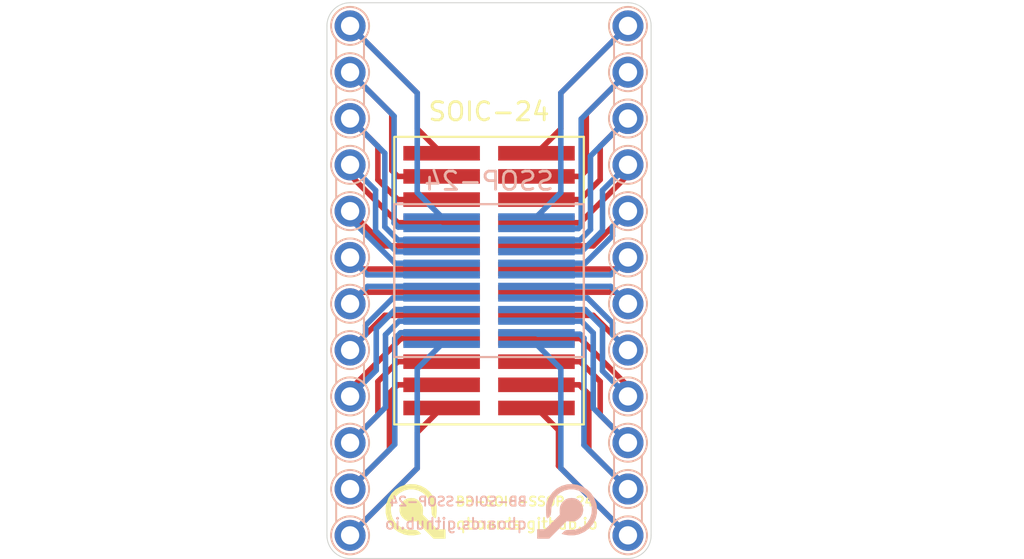
<source format=kicad_pcb>
(kicad_pcb (version 20171130) (host pcbnew "(5.1.2)-1")

  (general
    (thickness 1.2)
    (drawings 9)
    (tracks 167)
    (zones 0)
    (modules 7)
    (nets 25)
  )

  (page A4)
  (title_block
    (title BRD-REF)
    (rev 1)
    (company QBoards)
    (comment 1 "Description of the board")
  )

  (layers
    (0 F.Cu signal)
    (31 B.Cu signal hide)
    (32 B.Adhes user hide)
    (33 F.Adhes user hide)
    (34 B.Paste user hide)
    (35 F.Paste user)
    (36 B.SilkS user hide)
    (37 F.SilkS user)
    (38 B.Mask user hide)
    (39 F.Mask user)
    (40 Dwgs.User user hide)
    (41 Cmts.User user hide)
    (42 Eco1.User user hide)
    (43 Eco2.User user hide)
    (44 Edge.Cuts user)
    (45 Margin user hide)
    (46 B.CrtYd user hide)
    (47 F.CrtYd user)
    (48 B.Fab user hide)
    (49 F.Fab user hide)
  )

  (setup
    (last_trace_width 0.3048)
    (trace_clearance 0.2032)
    (zone_clearance 0.508)
    (zone_45_only no)
    (trace_min 0.1524)
    (via_size 0.8)
    (via_drill 0.4)
    (via_min_size 0.4)
    (via_min_drill 0.3048)
    (uvia_size 0.3)
    (uvia_drill 0.1)
    (uvias_allowed no)
    (uvia_min_size 0.2)
    (uvia_min_drill 0.1)
    (edge_width 0.05)
    (segment_width 0.2)
    (pcb_text_width 0.3)
    (pcb_text_size 1.5 1.5)
    (mod_edge_width 0.12)
    (mod_text_size 1 1)
    (mod_text_width 0.15)
    (pad_size 1.524 1.524)
    (pad_drill 0.762)
    (pad_to_mask_clearance 0.051)
    (solder_mask_min_width 0.25)
    (aux_axis_origin 0 0)
    (visible_elements 7FFFFFFF)
    (pcbplotparams
      (layerselection 0x010fc_ffffffff)
      (usegerberextensions false)
      (usegerberattributes false)
      (usegerberadvancedattributes false)
      (creategerberjobfile false)
      (excludeedgelayer true)
      (linewidth 0.100000)
      (plotframeref false)
      (viasonmask false)
      (mode 1)
      (useauxorigin false)
      (hpglpennumber 1)
      (hpglpenspeed 20)
      (hpglpendiameter 15.000000)
      (psnegative false)
      (psa4output false)
      (plotreference true)
      (plotvalue true)
      (plotinvisibletext false)
      (padsonsilk false)
      (subtractmaskfromsilk false)
      (outputformat 1)
      (mirror false)
      (drillshape 0)
      (scaleselection 1)
      (outputdirectory "output/"))
  )

  (net 0 "")
  (net 1 "Net-(J1-Pad7)")
  (net 2 "Net-(J1-Pad6)")
  (net 3 "Net-(J1-Pad5)")
  (net 4 "Net-(J1-Pad4)")
  (net 5 "Net-(J1-Pad3)")
  (net 6 "Net-(J1-Pad2)")
  (net 7 "Net-(J1-Pad1)")
  (net 8 "Net-(J1-Pad8)")
  (net 9 "Net-(J2-Pad8)")
  (net 10 "Net-(J2-Pad1)")
  (net 11 "Net-(J2-Pad2)")
  (net 12 "Net-(J2-Pad3)")
  (net 13 "Net-(J2-Pad4)")
  (net 14 "Net-(J2-Pad5)")
  (net 15 "Net-(J2-Pad6)")
  (net 16 "Net-(J2-Pad7)")
  (net 17 "Net-(J1-Pad12)")
  (net 18 "Net-(J1-Pad11)")
  (net 19 "Net-(J1-Pad10)")
  (net 20 "Net-(J1-Pad9)")
  (net 21 "Net-(J2-Pad12)")
  (net 22 "Net-(J2-Pad11)")
  (net 23 "Net-(J2-Pad10)")
  (net 24 "Net-(J2-Pad9)")

  (net_class Default "This is the default net class."
    (clearance 0.2032)
    (trace_width 0.3048)
    (via_dia 0.8)
    (via_drill 0.4)
    (uvia_dia 0.3)
    (uvia_drill 0.1)
    (add_net "Net-(J1-Pad1)")
    (add_net "Net-(J1-Pad10)")
    (add_net "Net-(J1-Pad11)")
    (add_net "Net-(J1-Pad12)")
    (add_net "Net-(J1-Pad2)")
    (add_net "Net-(J1-Pad3)")
    (add_net "Net-(J1-Pad4)")
    (add_net "Net-(J1-Pad5)")
    (add_net "Net-(J1-Pad6)")
    (add_net "Net-(J1-Pad7)")
    (add_net "Net-(J1-Pad8)")
    (add_net "Net-(J1-Pad9)")
    (add_net "Net-(J2-Pad1)")
    (add_net "Net-(J2-Pad10)")
    (add_net "Net-(J2-Pad11)")
    (add_net "Net-(J2-Pad12)")
    (add_net "Net-(J2-Pad2)")
    (add_net "Net-(J2-Pad3)")
    (add_net "Net-(J2-Pad4)")
    (add_net "Net-(J2-Pad5)")
    (add_net "Net-(J2-Pad6)")
    (add_net "Net-(J2-Pad7)")
    (add_net "Net-(J2-Pad8)")
    (add_net "Net-(J2-Pad9)")
  )

  (net_class Minimal ""
    (clearance 0.1524)
    (trace_width 0.1524)
    (via_dia 0.8)
    (via_drill 0.4)
    (uvia_dia 0.3)
    (uvia_drill 0.1)
  )

  (module qboards_ic:SOIC-24 (layer F.Cu) (tedit 5DA4BB02) (tstamp 5DA50C8B)
    (at 121.92 105.41 270)
    (path /5DA54F24)
    (attr smd)
    (fp_text reference SOIC-24 (at -9.271 0) (layer F.SilkS)
      (effects (font (size 1 1) (thickness 0.15)))
    )
    (fp_text value IC-24 (at 0 0 90) (layer F.Fab)
      (effects (font (size 1 1) (thickness 0.15)))
    )
    (fp_line (start -7.64 4.95) (end -7.64 -4.95) (layer F.CrtYd) (width 0.05))
    (fp_line (start 7.64 4.95) (end -7.64 4.95) (layer F.CrtYd) (width 0.05))
    (fp_line (start 7.64 -4.95) (end 7.64 4.95) (layer F.CrtYd) (width 0.05))
    (fp_line (start -7.64 -4.95) (end 7.64 -4.95) (layer F.CrtYd) (width 0.05))
    (fp_line (start 7.885 5.2) (end -7.874 5.2) (layer F.SilkS) (width 0.12))
    (fp_line (start 7.885 -5.2) (end 7.885 5.2) (layer F.SilkS) (width 0.12))
    (fp_line (start -7.885 -5.2) (end 7.885 -5.2) (layer F.SilkS) (width 0.12))
    (fp_line (start -7.885 5.1816) (end -7.885 -5.2) (layer F.SilkS) (width 0.12))
    (pad 12 smd rect (at 6.985 2.6 270) (size 0.8 4.2) (layers F.Cu F.Paste F.Mask)
      (net 17 "Net-(J1-Pad12)"))
    (pad 13 smd rect (at 6.985 -2.6 270) (size 0.8 4.2) (layers F.Cu F.Paste F.Mask)
      (net 10 "Net-(J2-Pad1)"))
    (pad 11 smd rect (at 5.715 2.6 270) (size 0.8 4.2) (layers F.Cu F.Paste F.Mask)
      (net 18 "Net-(J1-Pad11)"))
    (pad 14 smd rect (at 5.715 -2.6 270) (size 0.8 4.2) (layers F.Cu F.Paste F.Mask)
      (net 11 "Net-(J2-Pad2)"))
    (pad 10 smd rect (at 4.445 2.6 270) (size 0.8 4.2) (layers F.Cu F.Paste F.Mask)
      (net 19 "Net-(J1-Pad10)"))
    (pad 15 smd rect (at 4.445 -2.6 270) (size 0.8 4.2) (layers F.Cu F.Paste F.Mask)
      (net 12 "Net-(J2-Pad3)"))
    (pad 9 smd rect (at 3.175 2.6 270) (size 0.8 4.2) (layers F.Cu F.Paste F.Mask)
      (net 20 "Net-(J1-Pad9)"))
    (pad 16 smd rect (at 3.175 -2.6 270) (size 0.8 4.2) (layers F.Cu F.Paste F.Mask)
      (net 13 "Net-(J2-Pad4)"))
    (pad 8 smd rect (at 1.905 2.6 270) (size 0.8 4.2) (layers F.Cu F.Paste F.Mask)
      (net 8 "Net-(J1-Pad8)"))
    (pad 17 smd rect (at 1.905 -2.6 270) (size 0.8 4.2) (layers F.Cu F.Paste F.Mask)
      (net 14 "Net-(J2-Pad5)"))
    (pad 7 smd rect (at 0.635 2.6 270) (size 0.8 4.2) (layers F.Cu F.Paste F.Mask)
      (net 1 "Net-(J1-Pad7)"))
    (pad 18 smd rect (at 0.635 -2.6 270) (size 0.8 4.2) (layers F.Cu F.Paste F.Mask)
      (net 15 "Net-(J2-Pad6)"))
    (pad 6 smd rect (at -0.635 2.6 270) (size 0.8 4.2) (layers F.Cu F.Paste F.Mask)
      (net 2 "Net-(J1-Pad6)"))
    (pad 19 smd rect (at -0.635 -2.6 270) (size 0.8 4.2) (layers F.Cu F.Paste F.Mask)
      (net 16 "Net-(J2-Pad7)"))
    (pad 5 smd rect (at -1.905 2.6 270) (size 0.8 4.2) (layers F.Cu F.Paste F.Mask)
      (net 3 "Net-(J1-Pad5)"))
    (pad 20 smd rect (at -1.905 -2.6 270) (size 0.8 4.2) (layers F.Cu F.Paste F.Mask)
      (net 9 "Net-(J2-Pad8)"))
    (pad 4 smd rect (at -3.175 2.6 270) (size 0.8 4.2) (layers F.Cu F.Paste F.Mask)
      (net 4 "Net-(J1-Pad4)"))
    (pad 21 smd rect (at -3.175 -2.6 270) (size 0.8 4.2) (layers F.Cu F.Paste F.Mask)
      (net 24 "Net-(J2-Pad9)"))
    (pad 3 smd rect (at -4.445 2.6 270) (size 0.8 4.2) (layers F.Cu F.Paste F.Mask)
      (net 5 "Net-(J1-Pad3)"))
    (pad 22 smd rect (at -4.445 -2.6 270) (size 0.8 4.2) (layers F.Cu F.Paste F.Mask)
      (net 23 "Net-(J2-Pad10)"))
    (pad 2 smd rect (at -5.715 2.6 270) (size 0.8 4.2) (layers F.Cu F.Paste F.Mask)
      (net 6 "Net-(J1-Pad2)"))
    (pad 23 smd rect (at -5.715 -2.6 270) (size 0.8 4.2) (layers F.Cu F.Paste F.Mask)
      (net 22 "Net-(J2-Pad11)"))
    (pad 1 smd rect (at -6.985 2.6 270) (size 0.8 4.2) (layers F.Cu F.Paste F.Mask)
      (net 7 "Net-(J1-Pad1)"))
    (pad 24 smd rect (at -6.985 -2.6 270) (size 0.8 4.2) (layers F.Cu F.Paste F.Mask)
      (net 21 "Net-(J2-Pad12)"))
  )

  (module qboards_connectors:PinHeader_1x012_P2.54mm_Vertical_dual (layer F.Cu) (tedit 5DA30EE2) (tstamp 5DA50C67)
    (at 129.54 119.38 180)
    (descr "Through hole straight pin header, 1x07, 2.54mm pitch, single row")
    (tags "Through hole pin header THT 1x07 2.54mm single row")
    (path /5DA5C429)
    (fp_text reference J2 (at -0.0508 -1.8288) (layer F.SilkS) hide
      (effects (font (size 0.6 0.6) (thickness 0.1)))
    )
    (fp_text value Conn_01x12_Male (at 0 30.27) (layer B.Fab) hide
      (effects (font (size 1 1) (thickness 0.15)) (justify mirror))
    )
    (fp_line (start 0.762 26.1366) (end 0.762 27.2034) (layer B.SilkS) (width 0.1))
    (fp_line (start 0.762 23.5966) (end 0.762 24.6634) (layer B.SilkS) (width 0.1))
    (fp_line (start 0.762 21.0566) (end 0.762 22.1234) (layer B.SilkS) (width 0.1))
    (fp_line (start 0.762 18.5166) (end 0.762 19.5834) (layer B.SilkS) (width 0.1))
    (fp_line (start 0.762 15.9766) (end 0.762 17.0434) (layer B.SilkS) (width 0.1))
    (fp_line (start 0.762 13.4366) (end 0.762 14.5034) (layer B.SilkS) (width 0.1))
    (fp_line (start 0.762 10.8966) (end 0.762 11.9634) (layer B.SilkS) (width 0.1))
    (fp_line (start 0.762 8.3566) (end 0.762 9.4234) (layer B.SilkS) (width 0.1))
    (fp_line (start 0.762 5.8166) (end 0.762 6.8834) (layer B.SilkS) (width 0.1))
    (fp_line (start 0.762 3.2766) (end 0.762 4.3434) (layer B.SilkS) (width 0.1))
    (fp_line (start -0.762 26.1366) (end -0.762 27.2034) (layer B.SilkS) (width 0.1))
    (fp_line (start -0.762 23.5966) (end -0.762 24.6634) (layer B.SilkS) (width 0.1))
    (fp_line (start -0.762 21.0566) (end -0.762 22.1234) (layer B.SilkS) (width 0.1))
    (fp_line (start -0.762 18.5166) (end -0.762 19.5834) (layer B.SilkS) (width 0.1))
    (fp_line (start -0.762 15.9766) (end -0.762 17.0434) (layer B.SilkS) (width 0.1))
    (fp_line (start -0.762 13.4366) (end -0.762 14.5034) (layer B.SilkS) (width 0.1))
    (fp_line (start -0.762 10.8966) (end -0.762 11.9634) (layer B.SilkS) (width 0.1))
    (fp_line (start -0.762 8.3566) (end -0.762 9.4234) (layer B.SilkS) (width 0.1))
    (fp_line (start -0.762 5.8166) (end -0.762 6.8834) (layer B.SilkS) (width 0.1))
    (fp_line (start -0.762 3.2766) (end -0.762 4.3434) (layer B.SilkS) (width 0.1))
    (fp_circle (center 0 27.94) (end 0.0254 26.8986) (layer B.SilkS) (width 0.1))
    (fp_circle (center 0 25.4) (end 0.0254 24.3586) (layer B.SilkS) (width 0.1))
    (fp_circle (center 0 22.86) (end 0.0254 21.8186) (layer B.SilkS) (width 0.1))
    (fp_circle (center 0 20.32) (end 0.0254 19.2786) (layer B.SilkS) (width 0.1))
    (fp_circle (center 0 17.78) (end 0.0254 16.7386) (layer B.SilkS) (width 0.1))
    (fp_circle (center 0 15.24) (end 0.0254 14.1986) (layer B.SilkS) (width 0.1))
    (fp_circle (center 0 12.7) (end 0.0254 11.6586) (layer B.SilkS) (width 0.1))
    (fp_circle (center 0 10.16) (end 0.0254 9.1186) (layer B.SilkS) (width 0.1))
    (fp_circle (center 0 7.62) (end 0.0254 6.5786) (layer B.SilkS) (width 0.1))
    (fp_circle (center 0 5.08) (end 0.0254 4.0386) (layer B.SilkS) (width 0.1))
    (fp_circle (center 0 2.54) (end 0.0254 1.4986) (layer B.SilkS) (width 0.1))
    (fp_line (start 0.762 0.7366) (end 0.762 1.8034) (layer B.SilkS) (width 0.1))
    (fp_line (start -0.762 0.7366) (end -0.762 1.8034) (layer B.SilkS) (width 0.1))
    (fp_circle (center 0 0) (end 0.0254 -1.0414) (layer B.SilkS) (width 0.1))
    (fp_line (start -0.762 26.162) (end -0.762 27.178) (layer F.SilkS) (width 0.1))
    (fp_line (start -0.762 23.622) (end -0.762 24.638) (layer F.SilkS) (width 0.1))
    (fp_line (start -0.762 21.082) (end -0.762 22.098) (layer F.SilkS) (width 0.1))
    (fp_line (start -0.762 18.542) (end -0.762 19.558) (layer F.SilkS) (width 0.1))
    (fp_line (start 0.762 26.162) (end 0.762 27.178) (layer F.SilkS) (width 0.1))
    (fp_line (start 0.762 23.622) (end 0.762 24.638) (layer F.SilkS) (width 0.1))
    (fp_line (start 0.762 21.082) (end 0.762 22.098) (layer F.SilkS) (width 0.1))
    (fp_line (start 0.762 18.542) (end 0.762 19.558) (layer F.SilkS) (width 0.1))
    (fp_circle (center 0 27.94) (end 0.8128 28.6004) (layer F.SilkS) (width 0.1))
    (fp_circle (center 0 25.4) (end 0.8128 26.0604) (layer F.SilkS) (width 0.1))
    (fp_circle (center 0 22.86) (end 0.8128 23.5204) (layer F.SilkS) (width 0.1))
    (fp_circle (center 0 20.32) (end 0.8128 20.9804) (layer F.SilkS) (width 0.1))
    (fp_line (start -0.762 16.002) (end -0.762 17.018) (layer F.SilkS) (width 0.1))
    (fp_line (start 0.762 16.002) (end 0.762 17.018) (layer F.SilkS) (width 0.1))
    (fp_circle (center 0 17.78) (end 0.8128 18.4404) (layer F.SilkS) (width 0.1))
    (fp_line (start -1.27 29.2) (end 1.27 29.2) (layer B.CrtYd) (width 0.12))
    (fp_line (start -1.27 -1.26) (end -1.27 29.2) (layer B.CrtYd) (width 0.12))
    (fp_line (start 1.27 -1.26) (end -1.27 -1.26) (layer B.CrtYd) (width 0.12))
    (fp_line (start 1.27 29.2) (end 1.27 -1.26) (layer B.CrtYd) (width 0.12))
    (fp_line (start -0.762 13.462) (end -0.762 14.478) (layer F.SilkS) (width 0.1))
    (fp_line (start -0.762 10.922) (end -0.762 11.938) (layer F.SilkS) (width 0.1))
    (fp_line (start -0.762 8.382) (end -0.762 9.398) (layer F.SilkS) (width 0.1))
    (fp_line (start -0.762 5.842) (end -0.762 6.858) (layer F.SilkS) (width 0.1))
    (fp_line (start -0.762 3.302) (end -0.762 4.318) (layer F.SilkS) (width 0.1))
    (fp_line (start 0.762 13.462) (end 0.762 14.478) (layer F.SilkS) (width 0.1))
    (fp_line (start 0.762 10.922) (end 0.762 11.938) (layer F.SilkS) (width 0.1))
    (fp_line (start 0.762 8.382) (end 0.762 9.398) (layer F.SilkS) (width 0.1))
    (fp_line (start 0.762 5.842) (end 0.762 6.858) (layer F.SilkS) (width 0.1))
    (fp_line (start 0.762 3.302) (end 0.762 4.318) (layer F.SilkS) (width 0.1))
    (fp_line (start 0.762 0.762) (end 0.762 1.778) (layer F.SilkS) (width 0.1))
    (fp_line (start -0.762 0.762) (end -0.762 1.778) (layer F.SilkS) (width 0.1))
    (fp_circle (center 0 15.24) (end 0.8128 15.9004) (layer F.SilkS) (width 0.1))
    (fp_circle (center 0 12.7) (end 0.8128 13.3604) (layer F.SilkS) (width 0.1))
    (fp_circle (center 0 10.16) (end 0.8128 10.8204) (layer F.SilkS) (width 0.1))
    (fp_circle (center 0 7.62) (end 0.8128 8.2804) (layer F.SilkS) (width 0.1))
    (fp_circle (center 0 5.08) (end 0.8128 5.7404) (layer F.SilkS) (width 0.1))
    (fp_circle (center 0 2.54) (end 0.8128 3.2004) (layer F.SilkS) (width 0.1))
    (fp_circle (center 0 0) (end 0.8128 0.6604) (layer F.SilkS) (width 0.1))
    (fp_line (start -0.635 -1.27) (end 1.27 -1.27) (layer B.Fab) (width 0.1))
    (fp_line (start 1.27 -1.27) (end 1.27 29.21) (layer B.Fab) (width 0.1))
    (fp_line (start 1.27 29.21) (end -1.27 29.21) (layer B.Fab) (width 0.1))
    (fp_line (start -1.27 29.21) (end -1.27 -0.635) (layer B.Fab) (width 0.1))
    (fp_line (start -1.27 -0.635) (end -0.635 -1.27) (layer B.Fab) (width 0.1))
    (fp_line (start -1.016 -1.016) (end -1.016 28.956) (layer F.CrtYd) (width 0.05))
    (fp_line (start -1.016 28.956) (end 1.016 28.956) (layer F.CrtYd) (width 0.05))
    (fp_line (start 1.016 28.956) (end 1.016 -1.016) (layer F.CrtYd) (width 0.05))
    (fp_line (start 1.016 -1.016) (end -1.016 -1.016) (layer F.CrtYd) (width 0.05))
    (fp_text user %R (at 0 12.72 90) (layer B.Fab)
      (effects (font (size 1 1) (thickness 0.15)) (justify mirror))
    )
    (pad 12 thru_hole oval (at 0 27.94 180) (size 1.7 1.7) (drill 1) (layers *.Cu *.Mask)
      (net 21 "Net-(J2-Pad12)"))
    (pad 11 thru_hole oval (at 0 25.4 180) (size 1.7 1.7) (drill 1) (layers *.Cu *.Mask)
      (net 22 "Net-(J2-Pad11)"))
    (pad 10 thru_hole oval (at 0 22.86 180) (size 1.7 1.7) (drill 1) (layers *.Cu *.Mask)
      (net 23 "Net-(J2-Pad10)"))
    (pad 9 thru_hole oval (at 0 20.32 180) (size 1.7 1.7) (drill 1) (layers *.Cu *.Mask)
      (net 24 "Net-(J2-Pad9)"))
    (pad 8 thru_hole oval (at 0 17.78 180) (size 1.7 1.7) (drill 1) (layers *.Cu *.Mask)
      (net 9 "Net-(J2-Pad8)"))
    (pad 1 thru_hole circle (at 0 0 180) (size 1.7 1.7) (drill 1) (layers *.Cu *.Mask)
      (net 10 "Net-(J2-Pad1)"))
    (pad 2 thru_hole oval (at 0 2.54 180) (size 1.7 1.7) (drill 1) (layers *.Cu *.Mask)
      (net 11 "Net-(J2-Pad2)"))
    (pad 3 thru_hole oval (at 0 5.08 180) (size 1.7 1.7) (drill 1) (layers *.Cu *.Mask)
      (net 12 "Net-(J2-Pad3)"))
    (pad 4 thru_hole oval (at 0 7.62 180) (size 1.7 1.7) (drill 1) (layers *.Cu *.Mask)
      (net 13 "Net-(J2-Pad4)"))
    (pad 5 thru_hole oval (at 0 10.16 180) (size 1.7 1.7) (drill 1) (layers *.Cu *.Mask)
      (net 14 "Net-(J2-Pad5)"))
    (pad 6 thru_hole oval (at 0 12.7 180) (size 1.7 1.7) (drill 1) (layers *.Cu *.Mask)
      (net 15 "Net-(J2-Pad6)"))
    (pad 7 thru_hole oval (at 0 15.24 180) (size 1.7 1.7) (drill 1) (layers *.Cu *.Mask)
      (net 16 "Net-(J2-Pad7)"))
    (model ${KISYS3DMOD}/Connector_PinHeader_2.54mm.3dshapes/PinHeader_1x12_P2.54mm_Vertical.wrl
      (offset (xyz 0 0 -2))
      (scale (xyz 1 1 1))
      (rotate (xyz 0 180 0))
    )
  )

  (module qboards_ic:SSOP-24 (layer B.Cu) (tedit 5DA3670C) (tstamp 5DA50CAF)
    (at 121.92 105.41 90)
    (path /5DA7A85B)
    (attr smd)
    (fp_text reference SSOP-24 (at 5.461 0 180) (layer B.SilkS)
      (effects (font (size 1 1) (thickness 0.15)) (justify mirror))
    )
    (fp_text value IC-24 (at 0 0 90) (layer B.Fab)
      (effects (font (size 1 1) (thickness 0.15)) (justify mirror))
    )
    (fp_line (start -3.94 -4.95) (end -3.94 4.95) (layer B.CrtYd) (width 0.05))
    (fp_line (start 3.94 -4.95) (end -3.94 -4.95) (layer B.CrtYd) (width 0.05))
    (fp_line (start 3.94 4.95) (end 3.94 -4.95) (layer B.CrtYd) (width 0.05))
    (fp_line (start -3.94 4.95) (end 3.94 4.95) (layer B.CrtYd) (width 0.05))
    (fp_line (start 4.1925 -5.2) (end -4.191 -5.2) (layer B.SilkS) (width 0.12))
    (fp_line (start 4.1925 5.2) (end 4.1925 -5.2) (layer B.SilkS) (width 0.12))
    (fp_line (start -4.1925 5.2) (end 4.1925 5.2) (layer B.SilkS) (width 0.12))
    (fp_line (start -4.191 -5.2) (end -4.1925 5.2) (layer B.SilkS) (width 0.12))
    (pad 12 smd rect (at 3.4925 -2.6 90) (size 0.4 4.2) (layers B.Cu B.Paste B.Mask)
      (net 7 "Net-(J1-Pad1)"))
    (pad 13 smd rect (at 3.4925 2.6 90) (size 0.4 4.2) (layers B.Cu B.Paste B.Mask)
      (net 21 "Net-(J2-Pad12)"))
    (pad 11 smd rect (at 2.8575 -2.6 90) (size 0.4 4.2) (layers B.Cu B.Paste B.Mask)
      (net 6 "Net-(J1-Pad2)"))
    (pad 14 smd rect (at 2.8575 2.6 90) (size 0.4 4.2) (layers B.Cu B.Paste B.Mask)
      (net 22 "Net-(J2-Pad11)"))
    (pad 10 smd rect (at 2.2225 -2.6 90) (size 0.4 4.2) (layers B.Cu B.Paste B.Mask)
      (net 5 "Net-(J1-Pad3)"))
    (pad 15 smd rect (at 2.2225 2.6 90) (size 0.4 4.2) (layers B.Cu B.Paste B.Mask)
      (net 23 "Net-(J2-Pad10)"))
    (pad 9 smd rect (at 1.5875 -2.6 90) (size 0.4 4.2) (layers B.Cu B.Paste B.Mask)
      (net 4 "Net-(J1-Pad4)"))
    (pad 16 smd rect (at 1.5875 2.6 90) (size 0.4 4.2) (layers B.Cu B.Paste B.Mask)
      (net 24 "Net-(J2-Pad9)"))
    (pad 8 smd rect (at 0.9525 -2.6 90) (size 0.4 4.2) (layers B.Cu B.Paste B.Mask)
      (net 3 "Net-(J1-Pad5)"))
    (pad 17 smd rect (at 0.9525 2.6 90) (size 0.4 4.2) (layers B.Cu B.Paste B.Mask)
      (net 9 "Net-(J2-Pad8)"))
    (pad 7 smd rect (at 0.3175 -2.6 90) (size 0.4 4.2) (layers B.Cu B.Paste B.Mask)
      (net 2 "Net-(J1-Pad6)"))
    (pad 18 smd rect (at 0.3175 2.6 90) (size 0.4 4.2) (layers B.Cu B.Paste B.Mask)
      (net 16 "Net-(J2-Pad7)"))
    (pad 6 smd rect (at -0.3175 -2.6 90) (size 0.4 4.2) (layers B.Cu B.Paste B.Mask)
      (net 1 "Net-(J1-Pad7)"))
    (pad 19 smd rect (at -0.3175 2.6 90) (size 0.4 4.2) (layers B.Cu B.Paste B.Mask)
      (net 15 "Net-(J2-Pad6)"))
    (pad 5 smd rect (at -0.9525 -2.6 90) (size 0.4 4.2) (layers B.Cu B.Paste B.Mask)
      (net 8 "Net-(J1-Pad8)"))
    (pad 20 smd rect (at -0.9525 2.6 90) (size 0.4 4.2) (layers B.Cu B.Paste B.Mask)
      (net 14 "Net-(J2-Pad5)"))
    (pad 4 smd rect (at -1.5875 -2.6 90) (size 0.4 4.2) (layers B.Cu B.Paste B.Mask)
      (net 20 "Net-(J1-Pad9)"))
    (pad 21 smd rect (at -1.5875 2.6 90) (size 0.4 4.2) (layers B.Cu B.Paste B.Mask)
      (net 13 "Net-(J2-Pad4)"))
    (pad 3 smd rect (at -2.2225 -2.6 90) (size 0.4 4.2) (layers B.Cu B.Paste B.Mask)
      (net 19 "Net-(J1-Pad10)"))
    (pad 22 smd rect (at -2.2225 2.6 90) (size 0.4 4.2) (layers B.Cu B.Paste B.Mask)
      (net 12 "Net-(J2-Pad3)"))
    (pad 2 smd rect (at -2.8575 -2.6 90) (size 0.4 4.2) (layers B.Cu B.Paste B.Mask)
      (net 18 "Net-(J1-Pad11)"))
    (pad 23 smd rect (at -2.8575 2.6 90) (size 0.4 4.2) (layers B.Cu B.Paste B.Mask)
      (net 11 "Net-(J2-Pad2)"))
    (pad 1 smd rect (at -3.4925 -2.6 90) (size 0.4 4.2) (layers B.Cu B.Paste B.Mask)
      (net 17 "Net-(J1-Pad12)"))
    (pad 24 smd rect (at -3.4925 2.6 90) (size 0.4 4.2) (layers B.Cu B.Paste B.Mask)
      (net 10 "Net-(J2-Pad1)"))
  )

  (module qboards_connectors:PinHeader_1x012_P2.54mm_Vertical_dual (layer F.Cu) (tedit 5DA30EE2) (tstamp 5DA50BED)
    (at 114.3 91.44)
    (descr "Through hole straight pin header, 1x07, 2.54mm pitch, single row")
    (tags "Through hole pin header THT 1x07 2.54mm single row")
    (path /5DA55B59)
    (fp_text reference J1 (at -0.0508 -1.8288) (layer F.SilkS) hide
      (effects (font (size 0.6 0.6) (thickness 0.1)))
    )
    (fp_text value Conn_01x12_Male (at 0 30.27) (layer B.Fab) hide
      (effects (font (size 1 1) (thickness 0.15)) (justify mirror))
    )
    (fp_line (start 0.762 26.1366) (end 0.762 27.2034) (layer B.SilkS) (width 0.1))
    (fp_line (start 0.762 23.5966) (end 0.762 24.6634) (layer B.SilkS) (width 0.1))
    (fp_line (start 0.762 21.0566) (end 0.762 22.1234) (layer B.SilkS) (width 0.1))
    (fp_line (start 0.762 18.5166) (end 0.762 19.5834) (layer B.SilkS) (width 0.1))
    (fp_line (start 0.762 15.9766) (end 0.762 17.0434) (layer B.SilkS) (width 0.1))
    (fp_line (start 0.762 13.4366) (end 0.762 14.5034) (layer B.SilkS) (width 0.1))
    (fp_line (start 0.762 10.8966) (end 0.762 11.9634) (layer B.SilkS) (width 0.1))
    (fp_line (start 0.762 8.3566) (end 0.762 9.4234) (layer B.SilkS) (width 0.1))
    (fp_line (start 0.762 5.8166) (end 0.762 6.8834) (layer B.SilkS) (width 0.1))
    (fp_line (start 0.762 3.2766) (end 0.762 4.3434) (layer B.SilkS) (width 0.1))
    (fp_line (start -0.762 26.1366) (end -0.762 27.2034) (layer B.SilkS) (width 0.1))
    (fp_line (start -0.762 23.5966) (end -0.762 24.6634) (layer B.SilkS) (width 0.1))
    (fp_line (start -0.762 21.0566) (end -0.762 22.1234) (layer B.SilkS) (width 0.1))
    (fp_line (start -0.762 18.5166) (end -0.762 19.5834) (layer B.SilkS) (width 0.1))
    (fp_line (start -0.762 15.9766) (end -0.762 17.0434) (layer B.SilkS) (width 0.1))
    (fp_line (start -0.762 13.4366) (end -0.762 14.5034) (layer B.SilkS) (width 0.1))
    (fp_line (start -0.762 10.8966) (end -0.762 11.9634) (layer B.SilkS) (width 0.1))
    (fp_line (start -0.762 8.3566) (end -0.762 9.4234) (layer B.SilkS) (width 0.1))
    (fp_line (start -0.762 5.8166) (end -0.762 6.8834) (layer B.SilkS) (width 0.1))
    (fp_line (start -0.762 3.2766) (end -0.762 4.3434) (layer B.SilkS) (width 0.1))
    (fp_circle (center 0 27.94) (end 0.0254 26.8986) (layer B.SilkS) (width 0.1))
    (fp_circle (center 0 25.4) (end 0.0254 24.3586) (layer B.SilkS) (width 0.1))
    (fp_circle (center 0 22.86) (end 0.0254 21.8186) (layer B.SilkS) (width 0.1))
    (fp_circle (center 0 20.32) (end 0.0254 19.2786) (layer B.SilkS) (width 0.1))
    (fp_circle (center 0 17.78) (end 0.0254 16.7386) (layer B.SilkS) (width 0.1))
    (fp_circle (center 0 15.24) (end 0.0254 14.1986) (layer B.SilkS) (width 0.1))
    (fp_circle (center 0 12.7) (end 0.0254 11.6586) (layer B.SilkS) (width 0.1))
    (fp_circle (center 0 10.16) (end 0.0254 9.1186) (layer B.SilkS) (width 0.1))
    (fp_circle (center 0 7.62) (end 0.0254 6.5786) (layer B.SilkS) (width 0.1))
    (fp_circle (center 0 5.08) (end 0.0254 4.0386) (layer B.SilkS) (width 0.1))
    (fp_circle (center 0 2.54) (end 0.0254 1.4986) (layer B.SilkS) (width 0.1))
    (fp_line (start 0.762 0.7366) (end 0.762 1.8034) (layer B.SilkS) (width 0.1))
    (fp_line (start -0.762 0.7366) (end -0.762 1.8034) (layer B.SilkS) (width 0.1))
    (fp_circle (center 0 0) (end 0.0254 -1.0414) (layer B.SilkS) (width 0.1))
    (fp_line (start -0.762 26.162) (end -0.762 27.178) (layer F.SilkS) (width 0.1))
    (fp_line (start -0.762 23.622) (end -0.762 24.638) (layer F.SilkS) (width 0.1))
    (fp_line (start -0.762 21.082) (end -0.762 22.098) (layer F.SilkS) (width 0.1))
    (fp_line (start -0.762 18.542) (end -0.762 19.558) (layer F.SilkS) (width 0.1))
    (fp_line (start 0.762 26.162) (end 0.762 27.178) (layer F.SilkS) (width 0.1))
    (fp_line (start 0.762 23.622) (end 0.762 24.638) (layer F.SilkS) (width 0.1))
    (fp_line (start 0.762 21.082) (end 0.762 22.098) (layer F.SilkS) (width 0.1))
    (fp_line (start 0.762 18.542) (end 0.762 19.558) (layer F.SilkS) (width 0.1))
    (fp_circle (center 0 27.94) (end 0.8128 28.6004) (layer F.SilkS) (width 0.1))
    (fp_circle (center 0 25.4) (end 0.8128 26.0604) (layer F.SilkS) (width 0.1))
    (fp_circle (center 0 22.86) (end 0.8128 23.5204) (layer F.SilkS) (width 0.1))
    (fp_circle (center 0 20.32) (end 0.8128 20.9804) (layer F.SilkS) (width 0.1))
    (fp_line (start -0.762 16.002) (end -0.762 17.018) (layer F.SilkS) (width 0.1))
    (fp_line (start 0.762 16.002) (end 0.762 17.018) (layer F.SilkS) (width 0.1))
    (fp_circle (center 0 17.78) (end 0.8128 18.4404) (layer F.SilkS) (width 0.1))
    (fp_line (start -1.27 29.2) (end 1.27 29.2) (layer B.CrtYd) (width 0.12))
    (fp_line (start -1.27 -1.26) (end -1.27 29.2) (layer B.CrtYd) (width 0.12))
    (fp_line (start 1.27 -1.26) (end -1.27 -1.26) (layer B.CrtYd) (width 0.12))
    (fp_line (start 1.27 29.2) (end 1.27 -1.26) (layer B.CrtYd) (width 0.12))
    (fp_line (start -0.762 13.462) (end -0.762 14.478) (layer F.SilkS) (width 0.1))
    (fp_line (start -0.762 10.922) (end -0.762 11.938) (layer F.SilkS) (width 0.1))
    (fp_line (start -0.762 8.382) (end -0.762 9.398) (layer F.SilkS) (width 0.1))
    (fp_line (start -0.762 5.842) (end -0.762 6.858) (layer F.SilkS) (width 0.1))
    (fp_line (start -0.762 3.302) (end -0.762 4.318) (layer F.SilkS) (width 0.1))
    (fp_line (start 0.762 13.462) (end 0.762 14.478) (layer F.SilkS) (width 0.1))
    (fp_line (start 0.762 10.922) (end 0.762 11.938) (layer F.SilkS) (width 0.1))
    (fp_line (start 0.762 8.382) (end 0.762 9.398) (layer F.SilkS) (width 0.1))
    (fp_line (start 0.762 5.842) (end 0.762 6.858) (layer F.SilkS) (width 0.1))
    (fp_line (start 0.762 3.302) (end 0.762 4.318) (layer F.SilkS) (width 0.1))
    (fp_line (start 0.762 0.762) (end 0.762 1.778) (layer F.SilkS) (width 0.1))
    (fp_line (start -0.762 0.762) (end -0.762 1.778) (layer F.SilkS) (width 0.1))
    (fp_circle (center 0 15.24) (end 0.8128 15.9004) (layer F.SilkS) (width 0.1))
    (fp_circle (center 0 12.7) (end 0.8128 13.3604) (layer F.SilkS) (width 0.1))
    (fp_circle (center 0 10.16) (end 0.8128 10.8204) (layer F.SilkS) (width 0.1))
    (fp_circle (center 0 7.62) (end 0.8128 8.2804) (layer F.SilkS) (width 0.1))
    (fp_circle (center 0 5.08) (end 0.8128 5.7404) (layer F.SilkS) (width 0.1))
    (fp_circle (center 0 2.54) (end 0.8128 3.2004) (layer F.SilkS) (width 0.1))
    (fp_circle (center 0 0) (end 0.8128 0.6604) (layer F.SilkS) (width 0.1))
    (fp_line (start -0.635 -1.27) (end 1.27 -1.27) (layer B.Fab) (width 0.1))
    (fp_line (start 1.27 -1.27) (end 1.27 29.21) (layer B.Fab) (width 0.1))
    (fp_line (start 1.27 29.21) (end -1.27 29.21) (layer B.Fab) (width 0.1))
    (fp_line (start -1.27 29.21) (end -1.27 -0.635) (layer B.Fab) (width 0.1))
    (fp_line (start -1.27 -0.635) (end -0.635 -1.27) (layer B.Fab) (width 0.1))
    (fp_line (start -1.016 -1.016) (end -1.016 28.956) (layer F.CrtYd) (width 0.05))
    (fp_line (start -1.016 28.956) (end 1.016 28.956) (layer F.CrtYd) (width 0.05))
    (fp_line (start 1.016 28.956) (end 1.016 -1.016) (layer F.CrtYd) (width 0.05))
    (fp_line (start 1.016 -1.016) (end -1.016 -1.016) (layer F.CrtYd) (width 0.05))
    (fp_text user %R (at 0 12.72 90) (layer B.Fab)
      (effects (font (size 1 1) (thickness 0.15)) (justify mirror))
    )
    (pad 12 thru_hole oval (at 0 27.94) (size 1.7 1.7) (drill 1) (layers *.Cu *.Mask)
      (net 17 "Net-(J1-Pad12)"))
    (pad 11 thru_hole oval (at 0 25.4) (size 1.7 1.7) (drill 1) (layers *.Cu *.Mask)
      (net 18 "Net-(J1-Pad11)"))
    (pad 10 thru_hole oval (at 0 22.86) (size 1.7 1.7) (drill 1) (layers *.Cu *.Mask)
      (net 19 "Net-(J1-Pad10)"))
    (pad 9 thru_hole oval (at 0 20.32) (size 1.7 1.7) (drill 1) (layers *.Cu *.Mask)
      (net 20 "Net-(J1-Pad9)"))
    (pad 8 thru_hole oval (at 0 17.78) (size 1.7 1.7) (drill 1) (layers *.Cu *.Mask)
      (net 8 "Net-(J1-Pad8)"))
    (pad 1 thru_hole circle (at 0 0) (size 1.7 1.7) (drill 1) (layers *.Cu *.Mask)
      (net 7 "Net-(J1-Pad1)"))
    (pad 2 thru_hole oval (at 0 2.54) (size 1.7 1.7) (drill 1) (layers *.Cu *.Mask)
      (net 6 "Net-(J1-Pad2)"))
    (pad 3 thru_hole oval (at 0 5.08) (size 1.7 1.7) (drill 1) (layers *.Cu *.Mask)
      (net 5 "Net-(J1-Pad3)"))
    (pad 4 thru_hole oval (at 0 7.62) (size 1.7 1.7) (drill 1) (layers *.Cu *.Mask)
      (net 4 "Net-(J1-Pad4)"))
    (pad 5 thru_hole oval (at 0 10.16) (size 1.7 1.7) (drill 1) (layers *.Cu *.Mask)
      (net 3 "Net-(J1-Pad5)"))
    (pad 6 thru_hole oval (at 0 12.7) (size 1.7 1.7) (drill 1) (layers *.Cu *.Mask)
      (net 2 "Net-(J1-Pad6)"))
    (pad 7 thru_hole oval (at 0 15.24) (size 1.7 1.7) (drill 1) (layers *.Cu *.Mask)
      (net 1 "Net-(J1-Pad7)"))
    (model ${KISYS3DMOD}/Connector_PinHeader_2.54mm.3dshapes/PinHeader_1x12_P2.54mm_Vertical.wrl
      (offset (xyz 0 0 -2))
      (scale (xyz 1 1 1))
      (rotate (xyz 0 180 0))
    )
  )

  (module qboards_aesthetics:logo_url-3mm (layer F.Cu) (tedit 5CF579B1) (tstamp 5DA43827)
    (at 117.602 117.983)
    (fp_text reference BB-SOIC-SSOP-24 (at 2.4384 -0.4572) (layer F.SilkS)
      (effects (font (size 0.5 0.5) (thickness 0.1)) (justify left))
    )
    (fp_text value LOGO_BRD_REF (at 0 2.3622) (layer F.SilkS) hide
      (effects (font (size 0.6 0.6) (thickness 0.1)))
    )
    (fp_poly (pts (xy 0.229107 -0.630267) (xy 0.384132 -0.565267) (xy 0.392712 -0.559141) (xy 0.571873 -0.387566)
      (xy 0.671563 -0.193924) (xy 0.695785 0.029709) (xy 0.695247 0.039303) (xy 0.681566 0.260639)
      (xy 1.082897 0.66372) (xy 1.484227 1.0668) (xy 1.9304 1.0668) (xy 1.9304 1.5748)
      (xy 1.272852 1.5748) (xy 0.794695 1.095283) (xy 0.316537 0.615765) (xy 0.096885 0.633387)
      (xy -0.056582 0.636172) (xy -0.169617 0.608257) (xy -0.267041 0.551988) (xy -0.441484 0.406408)
      (xy -0.543765 0.250165) (xy -0.585771 0.062377) (xy -0.588434 -0.0127) (xy -0.563995 -0.217089)
      (xy -0.482479 -0.383076) (xy -0.331592 -0.533767) (xy -0.296964 -0.560417) (xy -0.146721 -0.627908)
      (xy 0.040396 -0.651169) (xy 0.229107 -0.630267)) (layer F.SilkS) (width 0.01))
    (fp_poly (pts (xy 0.301751 -1.394461) (xy 0.582667 -1.316111) (xy 0.844161 -1.176542) (xy 1.075553 -0.974514)
      (xy 1.266161 -0.708785) (xy 1.303875 -0.636973) (xy 1.37773 -0.475836) (xy 1.419998 -0.342842)
      (xy 1.439126 -0.20029) (xy 1.443566 -0.013664) (xy 1.439594 0.157438) (xy 1.429078 0.303015)
      (xy 1.414115 0.396238) (xy 1.410711 0.406392) (xy 1.383931 0.456332) (xy 1.348489 0.45341)
      (xy 1.279461 0.394371) (xy 1.273128 0.388429) (xy 1.21484 0.321997) (xy 1.182885 0.243632)
      (xy 1.169652 0.126196) (xy 1.16747 0.011671) (xy 1.130012 -0.29018) (xy 1.02716 -0.553497)
      (xy 0.869991 -0.773577) (xy 0.669584 -0.945712) (xy 0.437018 -1.065199) (xy 0.183372 -1.127332)
      (xy -0.080277 -1.127405) (xy -0.342849 -1.060714) (xy -0.593266 -0.922552) (xy -0.738616 -0.797882)
      (xy -0.922376 -0.561969) (xy -1.032169 -0.306442) (xy -1.072891 -0.042499) (xy -1.049439 0.218666)
      (xy -0.966708 0.465853) (xy -0.829594 0.687868) (xy -0.642992 0.873513) (xy -0.411797 1.011592)
      (xy -0.140906 1.090908) (xy 0.09333 1.104832) (xy 0.248968 1.102978) (xy 0.34842 1.116252)
      (xy 0.419803 1.151909) (xy 0.478353 1.204178) (xy 0.587693 1.313518) (xy 0.422963 1.359256)
      (xy 0.178868 1.397375) (xy -0.090528 1.392549) (xy -0.338117 1.345713) (xy -0.343492 1.344052)
      (xy -0.660977 1.204782) (xy -0.925946 1.007348) (xy -1.132568 0.76185) (xy -1.275016 0.47839)
      (xy -1.347458 0.167068) (xy -1.344068 -0.162016) (xy -1.311358 -0.333052) (xy -1.193529 -0.648479)
      (xy -1.020362 -0.911375) (xy -0.802536 -1.1205) (xy -0.550731 -1.274612) (xy -0.275628 -1.372471)
      (xy 0.012092 -1.412834) (xy 0.301751 -1.394461)) (layer F.SilkS) (width 0.01))
    (fp_text user qboards.github.io (at 2.4384 0.762) (layer F.SilkS)
      (effects (font (size 0.6 0.6) (thickness 0.1)) (justify left))
    )
  )

  (module qboards_aesthetics:breadboard-guide (layer F.Cu) (tedit 5CF80C42) (tstamp 5DA2C2B0)
    (at 99.06 91.44)
    (fp_text reference REF** (at 0.508 1.524 90) (layer F.SilkS) hide
      (effects (font (size 1 1) (thickness 0.15)))
    )
    (fp_text value breadboard-guide (at -5.08 11.43 90) (layer F.Fab) hide
      (effects (font (size 1 1) (thickness 0.15)))
    )
    (fp_line (start 52.07 24.13) (end 52.07 -1.27) (layer F.Fab) (width 0.3))
    (fp_line (start -3.81 24.13) (end -3.81 -1.27) (layer F.Fab) (width 0.3))
    (fp_circle (center 15.24 22.86) (end 15.763634 22.86) (layer F.Fab) (width 0.4))
    (fp_circle (center 15.24 20.32) (end 15.763634 20.32) (layer F.Fab) (width 0.4))
    (fp_circle (center 15.24 17.78) (end 15.763634 17.78) (layer F.Fab) (width 0.4))
    (fp_circle (center 15.24 15.24) (end 15.763634 15.24) (layer F.Fab) (width 0.4))
    (fp_circle (center 15.24 12.7) (end 15.763634 12.7) (layer F.Fab) (width 0.4))
    (fp_circle (center 15.24 10.16) (end 15.763634 10.16) (layer F.Fab) (width 0.4))
    (fp_circle (center 15.24 7.62) (end 15.763634 7.62) (layer F.Fab) (width 0.4))
    (fp_circle (center 15.24 5.08) (end 15.763634 5.08) (layer F.Fab) (width 0.4))
    (fp_circle (center 15.24 2.54) (end 15.763634 2.54) (layer F.Fab) (width 0.4))
    (fp_circle (center 27.94 22.86) (end 28.463634 22.86) (layer F.Fab) (width 0.4))
    (fp_circle (center 27.94 20.32) (end 28.463634 20.32) (layer F.Fab) (width 0.4))
    (fp_circle (center 27.94 17.78) (end 28.463634 17.78) (layer F.Fab) (width 0.4))
    (fp_circle (center 27.94 15.24) (end 28.463634 15.24) (layer F.Fab) (width 0.4))
    (fp_circle (center 27.94 12.7) (end 28.463634 12.7) (layer F.Fab) (width 0.4))
    (fp_circle (center 27.94 10.16) (end 28.463634 10.16) (layer F.Fab) (width 0.4))
    (fp_circle (center 27.94 7.62) (end 28.463634 7.62) (layer F.Fab) (width 0.4))
    (fp_circle (center 27.94 5.08) (end 28.463634 5.08) (layer F.Fab) (width 0.4))
    (fp_circle (center 27.94 2.54) (end 28.463634 2.54) (layer F.Fab) (width 0.4))
    (fp_circle (center 2.524366 22.86) (end 3.048 22.86) (layer F.Fab) (width 0.4))
    (fp_circle (center 2.524366 20.32) (end 3.048 20.32) (layer F.Fab) (width 0.4))
    (fp_circle (center 2.524366 17.78) (end 3.048 17.78) (layer F.Fab) (width 0.4))
    (fp_circle (center 2.524366 15.24) (end 3.048 15.24) (layer F.Fab) (width 0.4))
    (fp_circle (center 2.524366 12.7) (end 3.048 12.7) (layer F.Fab) (width 0.4))
    (fp_circle (center 2.524366 10.16) (end 3.048 10.16) (layer F.Fab) (width 0.4))
    (fp_circle (center 2.524366 7.62) (end 3.048 7.62) (layer F.Fab) (width 0.4))
    (fp_circle (center 2.524366 5.08) (end 3.048 5.08) (layer F.Fab) (width 0.4))
    (fp_circle (center 2.524366 2.54) (end 3.048 2.54) (layer F.Fab) (width 0.4))
    (fp_circle (center 12.7 22.86) (end 13.223634 22.86) (layer F.Fab) (width 0.4))
    (fp_circle (center 12.7 20.32) (end 13.223634 20.32) (layer F.Fab) (width 0.4))
    (fp_circle (center 12.7 17.78) (end 13.223634 17.78) (layer F.Fab) (width 0.4))
    (fp_circle (center 12.7 15.24) (end 13.223634 15.24) (layer F.Fab) (width 0.4))
    (fp_circle (center 12.7 12.7) (end 13.223634 12.7) (layer F.Fab) (width 0.4))
    (fp_circle (center 12.7 10.16) (end 13.223634 10.16) (layer F.Fab) (width 0.4))
    (fp_circle (center 12.7 7.62) (end 13.223634 7.62) (layer F.Fab) (width 0.4))
    (fp_circle (center 12.7 5.08) (end 13.223634 5.08) (layer F.Fab) (width 0.4))
    (fp_circle (center 12.7 2.54) (end 13.223634 2.54) (layer F.Fab) (width 0.4))
    (fp_circle (center 17.78 22.86) (end 18.303634 22.86) (layer F.Fab) (width 0.4))
    (fp_circle (center 17.78 20.32) (end 18.303634 20.32) (layer F.Fab) (width 0.4))
    (fp_circle (center 17.78 17.78) (end 18.303634 17.78) (layer F.Fab) (width 0.4))
    (fp_circle (center 17.78 15.24) (end 18.303634 15.24) (layer F.Fab) (width 0.4))
    (fp_circle (center 17.78 12.7) (end 18.303634 12.7) (layer F.Fab) (width 0.4))
    (fp_circle (center 17.78 10.16) (end 18.303634 10.16) (layer F.Fab) (width 0.4))
    (fp_circle (center 17.78 7.62) (end 18.303634 7.62) (layer F.Fab) (width 0.4))
    (fp_circle (center 17.78 5.08) (end 18.303634 5.08) (layer F.Fab) (width 0.4))
    (fp_circle (center 17.78 2.54) (end 18.303634 2.54) (layer F.Fab) (width 0.4))
    (fp_circle (center 48.244366 22.86) (end 48.768 22.86) (layer F.Fab) (width 0.4))
    (fp_circle (center 48.244366 20.32) (end 48.768 20.32) (layer F.Fab) (width 0.4))
    (fp_circle (center 48.244366 17.78) (end 48.768 17.78) (layer F.Fab) (width 0.4))
    (fp_circle (center 48.244366 15.24) (end 48.768 15.24) (layer F.Fab) (width 0.4))
    (fp_circle (center 48.244366 12.7) (end 48.768 12.7) (layer F.Fab) (width 0.4))
    (fp_circle (center 48.244366 10.16) (end 48.768 10.16) (layer F.Fab) (width 0.4))
    (fp_circle (center 48.244366 7.62) (end 48.768 7.62) (layer F.Fab) (width 0.4))
    (fp_circle (center 48.244366 5.08) (end 48.768 5.08) (layer F.Fab) (width 0.4))
    (fp_circle (center 48.244366 2.54) (end 48.768 2.54) (layer F.Fab) (width 0.4))
    (fp_circle (center 45.72 22.86) (end 46.243634 22.86) (layer F.Fab) (width 0.4))
    (fp_circle (center 45.72 20.32) (end 46.243634 20.32) (layer F.Fab) (width 0.4))
    (fp_circle (center 45.72 17.78) (end 46.243634 17.78) (layer F.Fab) (width 0.4))
    (fp_circle (center 45.72 15.24) (end 46.243634 15.24) (layer F.Fab) (width 0.4))
    (fp_circle (center 45.72 12.7) (end 46.243634 12.7) (layer F.Fab) (width 0.4))
    (fp_circle (center 45.72 10.16) (end 46.243634 10.16) (layer F.Fab) (width 0.4))
    (fp_circle (center 45.72 7.62) (end 46.243634 7.62) (layer F.Fab) (width 0.4))
    (fp_circle (center 45.72 5.08) (end 46.243634 5.08) (layer F.Fab) (width 0.4))
    (fp_circle (center 45.72 2.54) (end 46.243634 2.54) (layer F.Fab) (width 0.4))
    (fp_circle (center 0 22.86) (end 0.523634 22.86) (layer F.Fab) (width 0.4))
    (fp_circle (center 0 20.32) (end 0.523634 20.32) (layer F.Fab) (width 0.4))
    (fp_circle (center 0 17.78) (end 0.523634 17.78) (layer F.Fab) (width 0.4))
    (fp_circle (center 0 15.24) (end 0.523634 15.24) (layer F.Fab) (width 0.4))
    (fp_circle (center 0 12.7) (end 0.523634 12.7) (layer F.Fab) (width 0.4))
    (fp_circle (center 0 10.16) (end 0.523634 10.16) (layer F.Fab) (width 0.4))
    (fp_circle (center 0 7.62) (end 0.523634 7.62) (layer F.Fab) (width 0.4))
    (fp_circle (center 0 5.08) (end 0.523634 5.08) (layer F.Fab) (width 0.4))
    (fp_circle (center 0 2.54) (end 0.523634 2.54) (layer F.Fab) (width 0.4))
    (fp_circle (center 20.304366 22.86) (end 20.828 22.86) (layer F.Fab) (width 0.4))
    (fp_circle (center 20.304366 20.32) (end 20.828 20.32) (layer F.Fab) (width 0.4))
    (fp_circle (center 20.304366 17.78) (end 20.828 17.78) (layer F.Fab) (width 0.4))
    (fp_circle (center 20.304366 15.24) (end 20.828 15.24) (layer F.Fab) (width 0.4))
    (fp_circle (center 20.304366 12.7) (end 20.828 12.7) (layer F.Fab) (width 0.4))
    (fp_circle (center 20.304366 10.16) (end 20.828 10.16) (layer F.Fab) (width 0.4))
    (fp_circle (center 20.304366 7.62) (end 20.828 7.62) (layer F.Fab) (width 0.4))
    (fp_circle (center 20.304366 5.08) (end 20.828 5.08) (layer F.Fab) (width 0.4))
    (fp_circle (center 20.304366 2.54) (end 20.828 2.54) (layer F.Fab) (width 0.4))
    (fp_circle (center 10.16 22.86) (end 10.683634 22.86) (layer F.Fab) (width 0.4))
    (fp_circle (center 10.16 20.32) (end 10.683634 20.32) (layer F.Fab) (width 0.4))
    (fp_circle (center 10.16 17.78) (end 10.683634 17.78) (layer F.Fab) (width 0.4))
    (fp_circle (center 10.16 15.24) (end 10.683634 15.24) (layer F.Fab) (width 0.4))
    (fp_circle (center 10.16 12.7) (end 10.683634 12.7) (layer F.Fab) (width 0.4))
    (fp_circle (center 10.16 10.16) (end 10.683634 10.16) (layer F.Fab) (width 0.4))
    (fp_circle (center 10.16 7.62) (end 10.683634 7.62) (layer F.Fab) (width 0.4))
    (fp_circle (center 10.16 5.08) (end 10.683634 5.08) (layer F.Fab) (width 0.4))
    (fp_circle (center 10.16 2.54) (end 10.683634 2.54) (layer F.Fab) (width 0.4))
    (fp_circle (center 33.02 22.86) (end 33.543634 22.86) (layer F.Fab) (width 0.4))
    (fp_circle (center 33.02 20.32) (end 33.543634 20.32) (layer F.Fab) (width 0.4))
    (fp_circle (center 33.02 17.78) (end 33.543634 17.78) (layer F.Fab) (width 0.4))
    (fp_circle (center 33.02 15.24) (end 33.543634 15.24) (layer F.Fab) (width 0.4))
    (fp_circle (center 33.02 12.7) (end 33.543634 12.7) (layer F.Fab) (width 0.4))
    (fp_circle (center 33.02 10.16) (end 33.543634 10.16) (layer F.Fab) (width 0.4))
    (fp_circle (center 33.02 7.62) (end 33.543634 7.62) (layer F.Fab) (width 0.4))
    (fp_circle (center 33.02 5.08) (end 33.543634 5.08) (layer F.Fab) (width 0.4))
    (fp_circle (center 33.02 2.54) (end 33.543634 2.54) (layer F.Fab) (width 0.4))
    (fp_circle (center 30.48 22.86) (end 31.003634 22.86) (layer F.Fab) (width 0.4))
    (fp_circle (center 30.48 20.32) (end 31.003634 20.32) (layer F.Fab) (width 0.4))
    (fp_circle (center 30.48 17.78) (end 31.003634 17.78) (layer F.Fab) (width 0.4))
    (fp_circle (center 30.48 15.24) (end 31.003634 15.24) (layer F.Fab) (width 0.4))
    (fp_circle (center 30.48 12.7) (end 31.003634 12.7) (layer F.Fab) (width 0.4))
    (fp_circle (center 30.48 10.16) (end 31.003634 10.16) (layer F.Fab) (width 0.4))
    (fp_circle (center 30.48 7.62) (end 31.003634 7.62) (layer F.Fab) (width 0.4))
    (fp_circle (center 30.48 5.08) (end 31.003634 5.08) (layer F.Fab) (width 0.4))
    (fp_circle (center 30.48 2.54) (end 31.003634 2.54) (layer F.Fab) (width 0.4))
    (fp_circle (center 35.56 22.86) (end 36.083634 22.86) (layer F.Fab) (width 0.4))
    (fp_circle (center 35.56 20.32) (end 36.083634 20.32) (layer F.Fab) (width 0.4))
    (fp_circle (center 35.56 17.78) (end 36.083634 17.78) (layer F.Fab) (width 0.4))
    (fp_circle (center 35.56 15.24) (end 36.083634 15.24) (layer F.Fab) (width 0.4))
    (fp_circle (center 35.56 12.7) (end 36.083634 12.7) (layer F.Fab) (width 0.4))
    (fp_circle (center 35.56 10.16) (end 36.083634 10.16) (layer F.Fab) (width 0.4))
    (fp_circle (center 35.56 7.62) (end 36.083634 7.62) (layer F.Fab) (width 0.4))
    (fp_circle (center 35.56 5.08) (end 36.083634 5.08) (layer F.Fab) (width 0.4))
    (fp_circle (center 35.56 2.54) (end 36.083634 2.54) (layer F.Fab) (width 0.4))
    (fp_circle (center 38.084366 22.86) (end 38.608 22.86) (layer F.Fab) (width 0.4))
    (fp_circle (center 38.084366 20.32) (end 38.608 20.32) (layer F.Fab) (width 0.4))
    (fp_circle (center 38.084366 17.78) (end 38.608 17.78) (layer F.Fab) (width 0.4))
    (fp_circle (center 38.084366 15.24) (end 38.608 15.24) (layer F.Fab) (width 0.4))
    (fp_circle (center 38.084366 12.7) (end 38.608 12.7) (layer F.Fab) (width 0.4))
    (fp_circle (center 38.084366 10.16) (end 38.608 10.16) (layer F.Fab) (width 0.4))
    (fp_circle (center 38.084366 7.62) (end 38.608 7.62) (layer F.Fab) (width 0.4))
    (fp_circle (center 38.084366 5.08) (end 38.608 5.08) (layer F.Fab) (width 0.4))
    (fp_circle (center 38.084366 2.54) (end 38.608 2.54) (layer F.Fab) (width 0.4))
    (fp_circle (center 10.16 0) (end 10.683634 0) (layer F.Fab) (width 0.4))
    (fp_circle (center 15.24 0) (end 15.763634 0) (layer F.Fab) (width 0.4))
    (fp_circle (center 12.7 0) (end 13.223634 0) (layer F.Fab) (width 0.4))
    (fp_circle (center 17.78 0) (end 18.303634 0) (layer F.Fab) (width 0.4))
    (fp_circle (center 20.304366 0) (end 20.828 0) (layer F.Fab) (width 0.4))
    (fp_circle (center 2.524366 0) (end 3.048 0) (layer F.Fab) (width 0.4))
    (fp_circle (center 0 0) (end 0.523634 0) (layer F.Fab) (width 0.4))
    (fp_circle (center 45.72 0) (end 46.243634 0) (layer F.Fab) (width 0.4))
    (fp_circle (center 48.244366 0) (end 48.768 0) (layer F.Fab) (width 0.4))
    (fp_circle (center 27.94 0) (end 28.463634 0) (layer F.Fab) (width 0.4))
    (fp_circle (center 30.48 0) (end 31.003634 0) (layer F.Fab) (width 0.4))
    (fp_circle (center 33.02 0) (end 33.543634 0) (layer F.Fab) (width 0.4))
    (fp_circle (center 35.56 0) (end 36.083634 0) (layer F.Fab) (width 0.4))
    (fp_circle (center 38.084366 0) (end 38.608 0) (layer F.Fab) (width 0.4))
  )

  (module qboards_aesthetics:logo_url-3mm (layer B.Cu) (tedit 5CF579B1) (tstamp 5CF87F55)
    (at 126.492 117.983 180)
    (fp_text reference BB-SOIC-SSOP-24 (at 2.4384 0.4572) (layer B.SilkS)
      (effects (font (size 0.5 0.5) (thickness 0.1)) (justify left mirror))
    )
    (fp_text value LOGO_BRD_REF (at 0 -2.3622) (layer B.SilkS) hide
      (effects (font (size 0.6 0.6) (thickness 0.1)) (justify mirror))
    )
    (fp_text user qboards.github.io (at 2.4384 -0.762) (layer B.SilkS)
      (effects (font (size 0.6 0.6) (thickness 0.1)) (justify left mirror))
    )
    (fp_poly (pts (xy 0.301751 1.394461) (xy 0.582667 1.316111) (xy 0.844161 1.176542) (xy 1.075553 0.974514)
      (xy 1.266161 0.708785) (xy 1.303875 0.636973) (xy 1.37773 0.475836) (xy 1.419998 0.342842)
      (xy 1.439126 0.20029) (xy 1.443566 0.013664) (xy 1.439594 -0.157438) (xy 1.429078 -0.303015)
      (xy 1.414115 -0.396238) (xy 1.410711 -0.406392) (xy 1.383931 -0.456332) (xy 1.348489 -0.45341)
      (xy 1.279461 -0.394371) (xy 1.273128 -0.388429) (xy 1.21484 -0.321997) (xy 1.182885 -0.243632)
      (xy 1.169652 -0.126196) (xy 1.16747 -0.011671) (xy 1.130012 0.29018) (xy 1.02716 0.553497)
      (xy 0.869991 0.773577) (xy 0.669584 0.945712) (xy 0.437018 1.065199) (xy 0.183372 1.127332)
      (xy -0.080277 1.127405) (xy -0.342849 1.060714) (xy -0.593266 0.922552) (xy -0.738616 0.797882)
      (xy -0.922376 0.561969) (xy -1.032169 0.306442) (xy -1.072891 0.042499) (xy -1.049439 -0.218666)
      (xy -0.966708 -0.465853) (xy -0.829594 -0.687868) (xy -0.642992 -0.873513) (xy -0.411797 -1.011592)
      (xy -0.140906 -1.090908) (xy 0.09333 -1.104832) (xy 0.248968 -1.102978) (xy 0.34842 -1.116252)
      (xy 0.419803 -1.151909) (xy 0.478353 -1.204178) (xy 0.587693 -1.313518) (xy 0.422963 -1.359256)
      (xy 0.178868 -1.397375) (xy -0.090528 -1.392549) (xy -0.338117 -1.345713) (xy -0.343492 -1.344052)
      (xy -0.660977 -1.204782) (xy -0.925946 -1.007348) (xy -1.132568 -0.76185) (xy -1.275016 -0.47839)
      (xy -1.347458 -0.167068) (xy -1.344068 0.162016) (xy -1.311358 0.333052) (xy -1.193529 0.648479)
      (xy -1.020362 0.911375) (xy -0.802536 1.1205) (xy -0.550731 1.274612) (xy -0.275628 1.372471)
      (xy 0.012092 1.412834) (xy 0.301751 1.394461)) (layer B.SilkS) (width 0.01))
    (fp_poly (pts (xy 0.229107 0.630267) (xy 0.384132 0.565267) (xy 0.392712 0.559141) (xy 0.571873 0.387566)
      (xy 0.671563 0.193924) (xy 0.695785 -0.029709) (xy 0.695247 -0.039303) (xy 0.681566 -0.260639)
      (xy 1.082897 -0.66372) (xy 1.484227 -1.0668) (xy 1.9304 -1.0668) (xy 1.9304 -1.5748)
      (xy 1.272852 -1.5748) (xy 0.794695 -1.095283) (xy 0.316537 -0.615765) (xy 0.096885 -0.633387)
      (xy -0.056582 -0.636172) (xy -0.169617 -0.608257) (xy -0.267041 -0.551988) (xy -0.441484 -0.406408)
      (xy -0.543765 -0.250165) (xy -0.585771 -0.062377) (xy -0.588434 0.0127) (xy -0.563995 0.217089)
      (xy -0.482479 0.383076) (xy -0.331592 0.533767) (xy -0.296964 0.560417) (xy -0.146721 0.627908)
      (xy 0.040396 0.651169) (xy 0.229107 0.630267)) (layer B.SilkS) (width 0.01))
  )

  (gr_arc (start 129.54 119.38) (end 129.54 120.65) (angle -90) (layer Edge.Cuts) (width 0.05) (tstamp 5DA43B8B))
  (gr_arc (start 114.3 119.38) (end 113.03 119.38) (angle -90) (layer Edge.Cuts) (width 0.05) (tstamp 5DA43B88))
  (gr_arc (start 114.3 91.44) (end 114.3 90.17) (angle -90) (layer Edge.Cuts) (width 0.05) (tstamp 5DA43B85))
  (gr_arc (start 129.54 91.44) (end 130.81 91.44) (angle -90) (layer Edge.Cuts) (width 0.05))
  (gr_line (start 113.03 91.44) (end 113.03 119.38) (layer Edge.Cuts) (width 0.05) (tstamp 5DA41990))
  (gr_line (start 129.54 90.17) (end 114.3 90.17) (layer Edge.Cuts) (width 0.05))
  (gr_line (start 130.81 119.38) (end 130.81 91.44) (layer Edge.Cuts) (width 0.05))
  (gr_line (start 114.3 120.65) (end 129.54 120.65) (layer Edge.Cuts) (width 0.05))
  (gr_arc (start 143.129 85.598) (end 144.399 85.598) (angle -90) (layer F.Fab) (width 0.05))

  (segment (start 114.935 106.045) (end 114.3 106.68) (width 0.3048) (layer F.Cu) (net 1))
  (segment (start 119.32 106.045) (end 114.935 106.045) (width 0.3048) (layer F.Cu) (net 1))
  (segment (start 115.2525 105.7275) (end 114.3 106.68) (width 0.3048) (layer B.Cu) (net 1))
  (segment (start 119.32 105.7275) (end 115.2525 105.7275) (width 0.3048) (layer B.Cu) (net 1))
  (segment (start 114.935 104.775) (end 114.3 104.14) (width 0.3048) (layer F.Cu) (net 2))
  (segment (start 119.32 104.775) (end 114.935 104.775) (width 0.3048) (layer F.Cu) (net 2))
  (segment (start 115.2525 105.0925) (end 114.3 104.14) (width 0.3048) (layer B.Cu) (net 2))
  (segment (start 119.32 105.0925) (end 115.2525 105.0925) (width 0.3048) (layer B.Cu) (net 2))
  (segment (start 116.205 103.505) (end 114.3 101.6) (width 0.3048) (layer F.Cu) (net 3))
  (segment (start 119.32 103.505) (end 116.205 103.505) (width 0.3048) (layer F.Cu) (net 3))
  (segment (start 116.76461 104.4575) (end 114.3 101.99289) (width 0.3048) (layer B.Cu) (net 3))
  (segment (start 119.32 104.4575) (end 116.76461 104.4575) (width 0.3048) (layer B.Cu) (net 3))
  (segment (start 114.3 101.99289) (end 114.3 101.6) (width 0.3048) (layer B.Cu) (net 3))
  (segment (start 114.3 99.6198) (end 114.3 99.06) (width 0.3048) (layer F.Cu) (net 4))
  (segment (start 119.32 102.235) (end 116.9152 102.235) (width 0.3048) (layer F.Cu) (net 4))
  (segment (start 116.9152 102.235) (end 114.3 99.6198) (width 0.3048) (layer F.Cu) (net 4))
  (segment (start 115.149999 99.909999) (end 114.3 99.06) (width 0.3048) (layer B.Cu) (net 4))
  (segment (start 115.697 100.457) (end 115.149999 99.909999) (width 0.3048) (layer B.Cu) (net 4))
  (segment (start 115.697 102.671454) (end 115.697 100.457) (width 0.3048) (layer B.Cu) (net 4))
  (segment (start 119.32 103.8225) (end 116.848046 103.8225) (width 0.3048) (layer B.Cu) (net 4))
  (segment (start 116.848046 103.8225) (end 115.697 102.671454) (width 0.3048) (layer B.Cu) (net 4))
  (segment (start 115.824 98.044) (end 114.3 96.52) (width 0.3048) (layer F.Cu) (net 5))
  (segment (start 115.824 99.8738) (end 115.824 98.044) (width 0.3048) (layer F.Cu) (net 5))
  (segment (start 119.32 100.965) (end 116.9152 100.965) (width 0.3048) (layer F.Cu) (net 5))
  (segment (start 116.9152 100.965) (end 115.824 99.8738) (width 0.3048) (layer F.Cu) (net 5))
  (segment (start 115.149999 97.369999) (end 114.3 96.52) (width 0.3048) (layer B.Cu) (net 5))
  (segment (start 116.205 98.425) (end 115.149999 97.369999) (width 0.3048) (layer B.Cu) (net 5))
  (segment (start 116.205 102.461018) (end 116.205 98.425) (width 0.3048) (layer B.Cu) (net 5))
  (segment (start 119.32 103.1875) (end 116.931482 103.1875) (width 0.3048) (layer B.Cu) (net 5))
  (segment (start 116.931482 103.1875) (end 116.205 102.461018) (width 0.3048) (layer B.Cu) (net 5))
  (segment (start 116.9152 99.695) (end 116.586 99.3658) (width 0.3048) (layer F.Cu) (net 6))
  (segment (start 119.32 99.695) (end 116.9152 99.695) (width 0.3048) (layer F.Cu) (net 6))
  (segment (start 116.586 96.266) (end 114.3 93.98) (width 0.3048) (layer F.Cu) (net 6))
  (segment (start 116.586 99.3658) (end 116.586 96.266) (width 0.3048) (layer F.Cu) (net 6))
  (segment (start 119.240601 102.473101) (end 116.935519 102.473101) (width 0.3048) (layer B.Cu) (net 6))
  (segment (start 116.935519 102.473101) (end 116.713 102.250582) (width 0.3048) (layer B.Cu) (net 6))
  (segment (start 119.32 102.5525) (end 119.240601 102.473101) (width 0.3048) (layer B.Cu) (net 6))
  (segment (start 116.713 96.393) (end 114.3 93.98) (width 0.3048) (layer B.Cu) (net 6))
  (segment (start 116.713 102.250582) (end 116.713 96.393) (width 0.3048) (layer B.Cu) (net 6))
  (segment (start 117.983 95.123) (end 114.3 91.44) (width 0.3048) (layer B.Cu) (net 7))
  (segment (start 119.32 101.9175) (end 117.983 100.5805) (width 0.3048) (layer B.Cu) (net 7))
  (segment (start 117.983 100.5805) (end 117.983 95.123) (width 0.3048) (layer B.Cu) (net 7))
  (segment (start 117.983 97.088) (end 119.32 98.425) (width 0.3048) (layer F.Cu) (net 7))
  (segment (start 114.3 91.44) (end 117.983 95.123) (width 0.3048) (layer F.Cu) (net 7))
  (segment (start 117.983 95.123) (end 117.983 97.088) (width 0.3048) (layer F.Cu) (net 7))
  (segment (start 116.205 107.315) (end 114.3 109.22) (width 0.3048) (layer F.Cu) (net 8))
  (segment (start 119.32 107.315) (end 116.205 107.315) (width 0.3048) (layer F.Cu) (net 8))
  (segment (start 115.149999 108.370001) (end 114.3 109.22) (width 0.3048) (layer B.Cu) (net 8))
  (segment (start 115.149999 107.862001) (end 115.149999 108.370001) (width 0.3048) (layer B.Cu) (net 8))
  (segment (start 119.32 106.3625) (end 116.6495 106.3625) (width 0.3048) (layer B.Cu) (net 8))
  (segment (start 116.6495 106.3625) (end 115.149999 107.862001) (width 0.3048) (layer B.Cu) (net 8))
  (segment (start 127.635 103.505) (end 129.54 101.6) (width 0.3048) (layer F.Cu) (net 9))
  (segment (start 124.52 103.505) (end 127.635 103.505) (width 0.3048) (layer F.Cu) (net 9))
  (segment (start 128.690001 102.449999) (end 129.54 101.6) (width 0.3048) (layer B.Cu) (net 9))
  (segment (start 128.690001 102.957999) (end 128.690001 102.449999) (width 0.3048) (layer B.Cu) (net 9))
  (segment (start 124.52 104.4575) (end 127.1905 104.4575) (width 0.3048) (layer B.Cu) (net 9))
  (segment (start 127.1905 104.4575) (end 128.690001 102.957999) (width 0.3048) (layer B.Cu) (net 9))
  (segment (start 125.857 115.697) (end 129.54 119.38) (width 0.3048) (layer B.Cu) (net 10))
  (segment (start 124.52 108.9025) (end 125.857 110.2395) (width 0.3048) (layer B.Cu) (net 10))
  (segment (start 125.857 110.2395) (end 125.857 115.697) (width 0.3048) (layer B.Cu) (net 10))
  (segment (start 125.73 115.57) (end 129.54 119.38) (width 0.3048) (layer F.Cu) (net 10))
  (segment (start 124.52 112.395) (end 125.73 113.605) (width 0.3048) (layer F.Cu) (net 10))
  (segment (start 125.73 113.605) (end 125.73 115.57) (width 0.3048) (layer F.Cu) (net 10))
  (segment (start 128.690001 115.990001) (end 129.54 116.84) (width 0.3048) (layer F.Cu) (net 11))
  (segment (start 127.393541 114.693541) (end 128.690001 115.990001) (width 0.3048) (layer F.Cu) (net 11))
  (segment (start 127.393541 111.645541) (end 127.393541 114.693541) (width 0.3048) (layer F.Cu) (net 11))
  (segment (start 124.52 111.125) (end 126.873 111.125) (width 0.3048) (layer F.Cu) (net 11))
  (segment (start 126.873 111.125) (end 127.393541 111.645541) (width 0.3048) (layer F.Cu) (net 11))
  (segment (start 126.904481 108.346899) (end 127.127 108.569418) (width 0.3048) (layer B.Cu) (net 11))
  (segment (start 124.599399 108.346899) (end 126.904481 108.346899) (width 0.3048) (layer B.Cu) (net 11))
  (segment (start 124.52 108.2675) (end 124.599399 108.346899) (width 0.3048) (layer B.Cu) (net 11))
  (segment (start 127.127 114.427) (end 129.54 116.84) (width 0.3048) (layer B.Cu) (net 11))
  (segment (start 127.127 108.569418) (end 127.127 114.427) (width 0.3048) (layer B.Cu) (net 11))
  (segment (start 128.016 112.776) (end 129.54 114.3) (width 0.3048) (layer F.Cu) (net 12))
  (segment (start 128.016 110.9462) (end 128.016 112.776) (width 0.3048) (layer F.Cu) (net 12))
  (segment (start 124.52 109.855) (end 126.9248 109.855) (width 0.3048) (layer F.Cu) (net 12))
  (segment (start 126.9248 109.855) (end 128.016 110.9462) (width 0.3048) (layer F.Cu) (net 12))
  (segment (start 128.690001 113.450001) (end 129.54 114.3) (width 0.3048) (layer B.Cu) (net 12))
  (segment (start 127.63501 112.39501) (end 128.690001 113.450001) (width 0.3048) (layer B.Cu) (net 12))
  (segment (start 127.63501 108.281501) (end 127.63501 112.39501) (width 0.3048) (layer B.Cu) (net 12))
  (segment (start 124.52 107.6325) (end 126.986009 107.6325) (width 0.3048) (layer B.Cu) (net 12))
  (segment (start 126.986009 107.6325) (end 127.63501 108.281501) (width 0.3048) (layer B.Cu) (net 12))
  (segment (start 129.54 111.2002) (end 129.54 111.76) (width 0.3048) (layer F.Cu) (net 13))
  (segment (start 124.52 108.585) (end 126.9248 108.585) (width 0.3048) (layer F.Cu) (net 13))
  (segment (start 126.9248 108.585) (end 129.54 111.2002) (width 0.3048) (layer F.Cu) (net 13))
  (segment (start 128.690001 110.910001) (end 129.54 111.76) (width 0.3048) (layer B.Cu) (net 13))
  (segment (start 128.143021 110.363021) (end 128.690001 110.910001) (width 0.3048) (layer B.Cu) (net 13))
  (segment (start 128.143021 107.950021) (end 128.143021 110.363021) (width 0.3048) (layer B.Cu) (net 13))
  (segment (start 124.52 106.9975) (end 127.1905 106.9975) (width 0.3048) (layer B.Cu) (net 13))
  (segment (start 127.1905 106.9975) (end 128.143021 107.950021) (width 0.3048) (layer B.Cu) (net 13))
  (segment (start 127.635 107.315) (end 129.54 109.22) (width 0.3048) (layer F.Cu) (net 14))
  (segment (start 124.52 107.315) (end 127.635 107.315) (width 0.3048) (layer F.Cu) (net 14))
  (segment (start 128.690001 108.370001) (end 129.54 109.22) (width 0.3048) (layer B.Cu) (net 14))
  (segment (start 128.690001 107.735001) (end 128.690001 108.370001) (width 0.3048) (layer B.Cu) (net 14))
  (segment (start 124.52 106.3625) (end 127.3175 106.3625) (width 0.3048) (layer B.Cu) (net 14))
  (segment (start 127.3175 106.3625) (end 128.690001 107.735001) (width 0.3048) (layer B.Cu) (net 14))
  (segment (start 128.905 106.045) (end 129.54 106.68) (width 0.3048) (layer F.Cu) (net 15))
  (segment (start 124.52 106.045) (end 128.905 106.045) (width 0.3048) (layer F.Cu) (net 15))
  (segment (start 128.5875 105.7275) (end 129.54 106.68) (width 0.3048) (layer B.Cu) (net 15))
  (segment (start 124.52 105.7275) (end 128.5875 105.7275) (width 0.3048) (layer B.Cu) (net 15))
  (segment (start 128.905 104.775) (end 129.54 104.14) (width 0.3048) (layer F.Cu) (net 16))
  (segment (start 124.52 104.775) (end 128.905 104.775) (width 0.3048) (layer F.Cu) (net 16))
  (segment (start 128.5875 105.0925) (end 129.54 104.14) (width 0.3048) (layer B.Cu) (net 16))
  (segment (start 124.52 105.0925) (end 128.5875 105.0925) (width 0.3048) (layer B.Cu) (net 16))
  (segment (start 117.983 115.697) (end 114.3 119.38) (width 0.3048) (layer B.Cu) (net 17))
  (segment (start 119.32 108.9025) (end 117.983 110.2395) (width 0.3048) (layer B.Cu) (net 17))
  (segment (start 117.983 110.2395) (end 117.983 115.697) (width 0.3048) (layer B.Cu) (net 17))
  (segment (start 117.983 115.697) (end 114.3 119.38) (width 0.3048) (layer F.Cu) (net 17))
  (segment (start 119.32 112.395) (end 117.983 113.732) (width 0.3048) (layer F.Cu) (net 17))
  (segment (start 117.983 113.732) (end 117.983 115.697) (width 0.3048) (layer F.Cu) (net 17))
  (segment (start 116.9152 111.125) (end 116.459 111.5812) (width 0.3048) (layer F.Cu) (net 18))
  (segment (start 119.32 111.125) (end 116.9152 111.125) (width 0.3048) (layer F.Cu) (net 18))
  (segment (start 116.459 114.681) (end 114.3 116.84) (width 0.3048) (layer F.Cu) (net 18))
  (segment (start 116.459 111.5812) (end 116.459 114.681) (width 0.3048) (layer F.Cu) (net 18))
  (segment (start 116.750611 114.389389) (end 115.149999 115.990001) (width 0.3048) (layer B.Cu) (net 18))
  (segment (start 117.070372 108.2675) (end 116.750611 108.587261) (width 0.3048) (layer B.Cu) (net 18))
  (segment (start 116.750611 108.587261) (end 116.750611 114.389389) (width 0.3048) (layer B.Cu) (net 18))
  (segment (start 115.149999 115.990001) (end 114.3 116.84) (width 0.3048) (layer B.Cu) (net 18))
  (segment (start 119.32 108.2675) (end 117.070372 108.2675) (width 0.3048) (layer B.Cu) (net 18))
  (segment (start 115.824 112.776) (end 114.3 114.3) (width 0.3048) (layer F.Cu) (net 19))
  (segment (start 115.824 110.9462) (end 115.824 112.776) (width 0.3048) (layer F.Cu) (net 19))
  (segment (start 119.32 109.855) (end 116.9152 109.855) (width 0.3048) (layer F.Cu) (net 19))
  (segment (start 116.9152 109.855) (end 115.824 110.9462) (width 0.3048) (layer F.Cu) (net 19))
  (segment (start 116.2426 108.376836) (end 116.2426 112.3574) (width 0.3048) (layer B.Cu) (net 19))
  (segment (start 115.149999 113.450001) (end 114.3 114.3) (width 0.3048) (layer B.Cu) (net 19))
  (segment (start 116.986936 107.6325) (end 116.2426 108.376836) (width 0.3048) (layer B.Cu) (net 19))
  (segment (start 119.32 107.6325) (end 116.986936 107.6325) (width 0.3048) (layer B.Cu) (net 19))
  (segment (start 116.2426 112.3574) (end 115.149999 113.450001) (width 0.3048) (layer B.Cu) (net 19))
  (segment (start 114.3 111.379) (end 114.3 111.76) (width 0.3048) (layer F.Cu) (net 20))
  (segment (start 119.32 108.585) (end 117.094 108.585) (width 0.3048) (layer F.Cu) (net 20))
  (segment (start 117.094 108.585) (end 114.3 111.379) (width 0.3048) (layer F.Cu) (net 20))
  (segment (start 115.73459 110.32541) (end 114.3 111.76) (width 0.3048) (layer B.Cu) (net 20))
  (segment (start 115.73459 108.03941) (end 115.73459 110.32541) (width 0.3048) (layer B.Cu) (net 20))
  (segment (start 119.32 106.9975) (end 116.7765 106.9975) (width 0.3048) (layer B.Cu) (net 20))
  (segment (start 116.7765 106.9975) (end 115.73459 108.03941) (width 0.3048) (layer B.Cu) (net 20))
  (segment (start 125.857 100.5805) (end 124.52 101.9175) (width 0.3048) (layer B.Cu) (net 21))
  (segment (start 129.54 91.44) (end 125.857 95.123) (width 0.3048) (layer B.Cu) (net 21))
  (segment (start 125.857 95.123) (end 125.857 100.5805) (width 0.3048) (layer B.Cu) (net 21))
  (segment (start 125.857 97.088) (end 124.52 98.425) (width 0.3048) (layer F.Cu) (net 21))
  (segment (start 129.54 91.44) (end 125.857 95.123) (width 0.3048) (layer F.Cu) (net 21))
  (segment (start 125.857 95.123) (end 125.857 97.088) (width 0.3048) (layer F.Cu) (net 21))
  (segment (start 127.254 96.266) (end 129.54 93.98) (width 0.3048) (layer F.Cu) (net 22))
  (segment (start 127.254 99.3658) (end 127.254 96.266) (width 0.3048) (layer F.Cu) (net 22))
  (segment (start 124.52 99.695) (end 126.9248 99.695) (width 0.3048) (layer F.Cu) (net 22))
  (segment (start 126.9248 99.695) (end 127.254 99.3658) (width 0.3048) (layer F.Cu) (net 22))
  (segment (start 126.975601 96.544399) (end 128.690001 94.829999) (width 0.3048) (layer B.Cu) (net 22))
  (segment (start 126.975601 102.401981) (end 126.975601 96.544399) (width 0.3048) (layer B.Cu) (net 22))
  (segment (start 126.825082 102.5525) (end 126.975601 102.401981) (width 0.3048) (layer B.Cu) (net 22))
  (segment (start 124.52 102.5525) (end 126.825082 102.5525) (width 0.3048) (layer B.Cu) (net 22))
  (segment (start 128.690001 94.829999) (end 129.54 93.98) (width 0.3048) (layer B.Cu) (net 22))
  (segment (start 128.016 98.044) (end 129.54 96.52) (width 0.3048) (layer F.Cu) (net 23))
  (segment (start 128.016 99.8738) (end 128.016 98.044) (width 0.3048) (layer F.Cu) (net 23))
  (segment (start 124.52 100.965) (end 126.9248 100.965) (width 0.3048) (layer F.Cu) (net 23))
  (segment (start 126.9248 100.965) (end 128.016 99.8738) (width 0.3048) (layer F.Cu) (net 23))
  (segment (start 127.483612 98.576388) (end 128.690001 97.369999) (width 0.3048) (layer B.Cu) (net 23))
  (segment (start 128.690001 97.369999) (end 129.54 96.52) (width 0.3048) (layer B.Cu) (net 23))
  (segment (start 127.483612 102.612406) (end 127.483612 98.576388) (width 0.3048) (layer B.Cu) (net 23))
  (segment (start 126.908518 103.1875) (end 127.483612 102.612406) (width 0.3048) (layer B.Cu) (net 23))
  (segment (start 124.52 103.1875) (end 126.908518 103.1875) (width 0.3048) (layer B.Cu) (net 23))
  (segment (start 129.54 99.6198) (end 129.54 99.06) (width 0.3048) (layer F.Cu) (net 24))
  (segment (start 126.9248 102.235) (end 129.54 99.6198) (width 0.3048) (layer F.Cu) (net 24))
  (segment (start 124.52 102.235) (end 126.9248 102.235) (width 0.3048) (layer F.Cu) (net 24))
  (segment (start 128.690001 99.909999) (end 129.54 99.06) (width 0.3048) (layer B.Cu) (net 24))
  (segment (start 128.143 100.457) (end 128.690001 99.909999) (width 0.3048) (layer B.Cu) (net 24))
  (segment (start 128.143 102.671454) (end 128.143 100.457) (width 0.3048) (layer B.Cu) (net 24))
  (segment (start 124.52 103.8225) (end 126.991954 103.8225) (width 0.3048) (layer B.Cu) (net 24))
  (segment (start 126.991954 103.8225) (end 128.143 102.671454) (width 0.3048) (layer B.Cu) (net 24))

)

</source>
